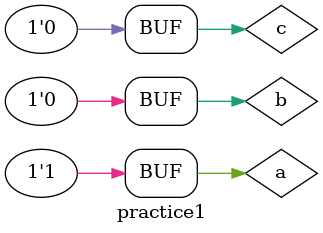
<source format=v>
`timescale 1ns / 1ps
module practice1(
    );
	reg a;
	reg b;
	reg c;

	initial begin
		a=0;
		b=1;
		c=0;
		
		#5;
		a<= b;
		b=c;
		c<=b;
	end


endmodule

</source>
